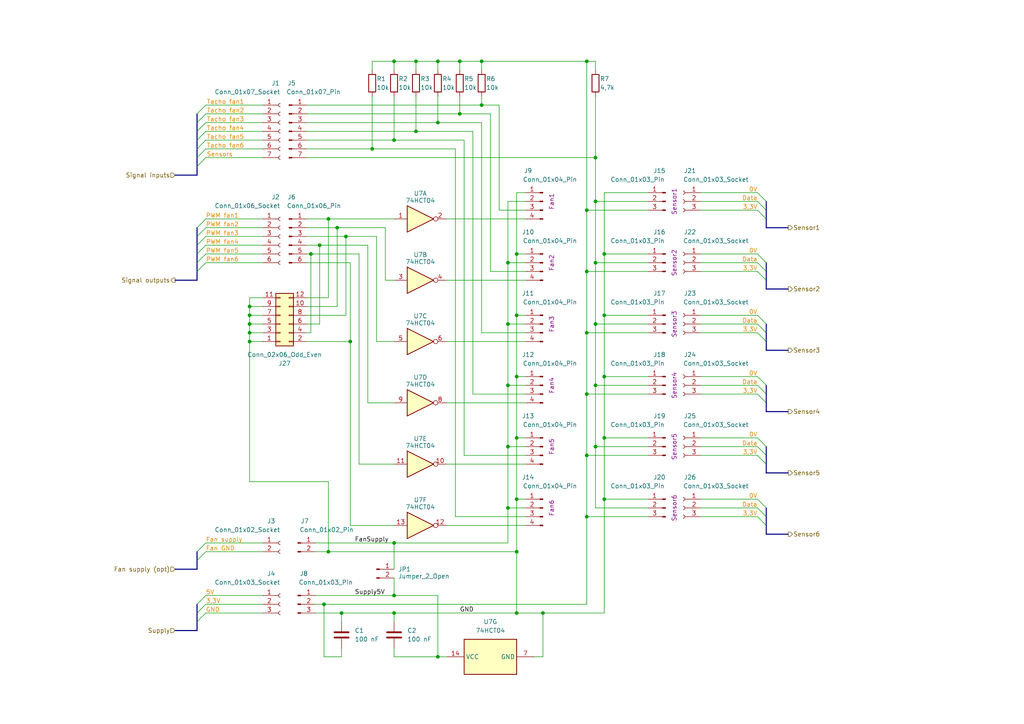
<source format=kicad_sch>
(kicad_sch (version 20231120) (generator "eeschema") (generator_version "8.0")
  (paper "A4")
  (lib_symbols
    (symbol "74xx:74HCT04"
      (property "Reference" "U" (at 0 1.27 0))
      (property "Value" "74HCT04" (at 0 -1.27 0))
      (symbol "74HCT04_1_0"
        (pin input line (at -7.62 0 0) (length 3.81) (name "~") (number "1"))
        (pin output inverted (at 7.62 0 180) (length 3.81) (name "~") (number "2"))
      )
      (symbol "74HCT04_2_0"
        (pin input line (at -7.62 0 0) (length 3.81) (name "~") (number "3"))
        (pin output inverted (at 7.62 0 180) (length 3.81) (name "~") (number "4"))
      )
      (symbol "74HCT04_3_0"
        (pin input line (at -7.62 0 0) (length 3.81) (name "~") (number "5"))
        (pin output inverted (at 7.62 0 180) (length 3.81) (name "~") (number "6"))
      )
      (symbol "74HCT04_4_0"
        (pin output inverted (at 7.62 0 180) (length 3.81) (name "~") (number "8"))
        (pin input line (at -7.62 0 0) (length 3.81) (name "~") (number "9"))
      )
      (symbol "74HCT04_5_0"
        (pin output inverted (at 7.62 0 180) (length 3.81) (name "~") (number "10"))
        (pin input line (at -7.62 0 0) (length 3.81) (name "~") (number "11"))
      )
      (symbol "74HCT04_6_0"
        (pin output inverted (at 7.62 0 180) (length 3.81) (name "~") (number "12"))
        (pin input line (at -7.62 0 0) (length 3.81) (name "~") (number "13"))
      )
      (symbol "74HCT04_7_0"
        (pin power_in line (at 0 12.7 270) (length 5.08) (name "VCC") (number "14"))
        (pin power_in line (at 0 -12.7 90) (length 5.08) (name "GND") (number "7"))
      )
    )
    (symbol "Connector:Conn_01x02_Pin" (pin_names (offset 1.016) hide)
      (property "Reference" "J" (at 0 2.54 0))
      (property "Value" "Conn_01x02_Pin" (at 0 -5.08 0))
      (symbol "Conn_01x02_Pin_1_1"
        (pin passive line (at 5.08 0 180) (length 3.81) (name "Pin_1") (number "1"))
        (pin passive line (at 5.08 -2.54 180) (length 3.81) (name "Pin_2") (number "2"))
      )
    )
    (symbol "Connector:Conn_01x02_Socket" (pin_names (offset 1.016) hide)
      (property "Reference" "J" (at 0 2.54 0))
      (property "Value" "Conn_01x02_Socket" (at 0 -5.08 0))
      (symbol "Conn_01x02_Socket_1_1"
        (pin passive line (at -5.08 0 0) (length 3.81) (name "Pin_1") (number "1"))
        (pin passive line (at -5.08 -2.54 0) (length 3.81) (name "Pin_2") (number "2"))
      )
    )
    (symbol "Connector:Conn_01x03_Pin" (pin_names (offset 1.016) hide)
      (property "Reference" "J" (at 0 5.08 0))
      (property "Value" "Conn_01x03_Pin" (at 0 -5.08 0))
      (symbol "Conn_01x03_Pin_1_1"
        (pin passive line (at 5.08 2.54 180) (length 3.81) (name "Pin_1") (number "1"))
        (pin passive line (at 5.08 0 180) (length 3.81) (name "Pin_2") (number "2"))
        (pin passive line (at 5.08 -2.54 180) (length 3.81) (name "Pin_3") (number "3"))
      )
    )
    (symbol "Connector:Conn_01x03_Socket" (pin_names (offset 1.016) hide)
      (property "Reference" "J" (at 0 5.08 0))
      (property "Value" "Conn_01x03_Socket" (at 0 -5.08 0))
      (symbol "Conn_01x03_Socket_1_1"
        (pin passive line (at -5.08 2.54 0) (length 3.81) (name "Pin_1") (number "1"))
        (pin passive line (at -5.08 0 0) (length 3.81) (name "Pin_2") (number "2"))
        (pin passive line (at -5.08 -2.54 0) (length 3.81) (name "Pin_3") (number "3"))
      )
    )
    (symbol "Connector:Conn_01x04_Pin" (pin_names (offset 1.016) hide)
      (property "Reference" "J" (at 0 5.08 0))
      (property "Value" "Conn_01x04_Pin" (at 0 -7.62 0))
      (symbol "Conn_01x04_Pin_1_1"
        (pin passive line (at 5.08 2.54 180) (length 3.81) (name "Pin_1") (number "1"))
        (pin passive line (at 5.08 0 180) (length 3.81) (name "Pin_2") (number "2"))
        (pin passive line (at 5.08 -2.54 180) (length 3.81) (name "Pin_3") (number "3"))
        (pin passive line (at 5.08 -5.08 180) (length 3.81) (name "Pin_4") (number "4"))
      )
    )
    (symbol "Connector:Conn_01x06_Pin" (pin_names (offset 1.016) hide)
      (property "Reference" "J" (at 0 7.62 0))
      (property "Value" "Conn_01x06_Pin" (at 0 -10.16 0))
      (symbol "Conn_01x06_Pin_1_1"
        (pin passive line (at 5.08 5.08 180) (length 3.81) (name "Pin_1") (number "1"))
        (pin passive line (at 5.08 2.54 180) (length 3.81) (name "Pin_2") (number "2"))
        (pin passive line (at 5.08 0 180) (length 3.81) (name "Pin_3") (number "3"))
        (pin passive line (at 5.08 -2.54 180) (length 3.81) (name "Pin_4") (number "4"))
        (pin passive line (at 5.08 -5.08 180) (length 3.81) (name "Pin_5") (number "5"))
        (pin passive line (at 5.08 -7.62 180) (length 3.81) (name "Pin_6") (number "6"))
      )
    )
    (symbol "Connector:Conn_01x06_Socket" (pin_names (offset 1.016) hide)
      (property "Reference" "J" (at 0 7.62 0))
      (property "Value" "Conn_01x06_Socket" (at 0 -10.16 0))
      (symbol "Conn_01x06_Socket_1_1"
        (pin passive line (at -5.08 5.08 0) (length 3.81) (name "Pin_1") (number "1"))
        (pin passive line (at -5.08 2.54 0) (length 3.81) (name "Pin_2") (number "2"))
        (pin passive line (at -5.08 0 0) (length 3.81) (name "Pin_3") (number "3"))
        (pin passive line (at -5.08 -2.54 0) (length 3.81) (name "Pin_4") (number "4"))
        (pin passive line (at -5.08 -5.08 0) (length 3.81) (name "Pin_5") (number "5"))
        (pin passive line (at -5.08 -7.62 0) (length 3.81) (name "Pin_6") (number "6"))
      )
    )
    (symbol "Connector:Conn_01x07_Pin" (pin_names (offset 1.016) hide)
      (property "Reference" "J" (at 0 10.16 0))
      (property "Value" "Conn_01x07_Pin" (at 0 -10.16 0))
      (symbol "Conn_01x07_Pin_1_1"
        (pin passive line (at 5.08 7.62 180) (length 3.81) (name "Pin_1") (number "1"))
        (pin passive line (at 5.08 5.08 180) (length 3.81) (name "Pin_2") (number "2"))
        (pin passive line (at 5.08 2.54 180) (length 3.81) (name "Pin_3") (number "3"))
        (pin passive line (at 5.08 0 180) (length 3.81) (name "Pin_4") (number "4"))
        (pin passive line (at 5.08 -2.54 180) (length 3.81) (name "Pin_5") (number "5"))
        (pin passive line (at 5.08 -5.08 180) (length 3.81) (name "Pin_6") (number "6"))
        (pin passive line (at 5.08 -7.62 180) (length 3.81) (name "Pin_7") (number "7"))
      )
    )
    (symbol "Connector:Conn_01x07_Socket" (pin_names (offset 1.016) hide)
      (property "Reference" "J" (at 0 10.16 0))
      (property "Value" "Conn_01x07_Socket" (at 0 -10.16 0))
      (symbol "Conn_01x07_Socket_1_1"
        (pin passive line (at -5.08 7.62 0) (length 3.81) (name "Pin_1") (number "1"))
        (pin passive line (at -5.08 5.08 0) (length 3.81) (name "Pin_2") (number "2"))
        (pin passive line (at -5.08 2.54 0) (length 3.81) (name "Pin_3") (number "3"))
        (pin passive line (at -5.08 0 0) (length 3.81) (name "Pin_4") (number "4"))
        (pin passive line (at -5.08 -2.54 0) (length 3.81) (name "Pin_5") (number "5"))
        (pin passive line (at -5.08 -5.08 0) (length 3.81) (name "Pin_6") (number "6"))
        (pin passive line (at -5.08 -7.62 0) (length 3.81) (name "Pin_7") (number "7"))
      )
    )
    (symbol "Connector_Generic:Conn_02x06_Odd_Even" (pin_names (offset 1.016) hide)
      (property "Reference" "J" (at 1.27 7.62 0))
      (property "Value" "Conn_02x06_Odd_Even" (at 1.27 -10.16 0))
      (symbol "Conn_02x06_Odd_Even_1_1"
        (pin passive line (at -5.08 5.08 0) (length 3.81) (name "Pin_1") (number "1"))
        (pin passive line (at 7.62 -5.08 180) (length 3.81) (name "Pin_10") (number "10"))
        (pin passive line (at -5.08 -7.62 0) (length 3.81) (name "Pin_11") (number "11"))
        (pin passive line (at 7.62 -7.62 180) (length 3.81) (name "Pin_12") (number "12"))
        (pin passive line (at 7.62 5.08 180) (length 3.81) (name "Pin_2") (number "2"))
        (pin passive line (at -5.08 2.54 0) (length 3.81) (name "Pin_3") (number "3"))
        (pin passive line (at 7.62 2.54 180) (length 3.81) (name "Pin_4") (number "4"))
        (pin passive line (at -5.08 0 0) (length 3.81) (name "Pin_5") (number "5"))
        (pin passive line (at 7.62 0 180) (length 3.81) (name "Pin_6") (number "6"))
        (pin passive line (at -5.08 -2.54 0) (length 3.81) (name "Pin_7") (number "7"))
        (pin passive line (at 7.62 -2.54 180) (length 3.81) (name "Pin_8") (number "8"))
        (pin passive line (at -5.08 -5.08 0) (length 3.81) (name "Pin_9") (number "9"))
      )
    )
    (symbol "Device:C" (pin_numbers hide) (pin_names (offset 0.254))
      (property "Reference" "C" (at 0.635 2.54 0))
      (property "Value" "C" (at 0.635 -2.54 0))
      (symbol "C_1_1"
        (pin passive line (at 0 3.81 270) (length 2.794) (name "~") (number "1"))
        (pin passive line (at 0 -3.81 90) (length 2.794) (name "~") (number "2"))
      )
    )
    (symbol "Device:R" (pin_numbers hide) (pin_names (offset 0))
      (property "Reference" "R" (at 2.032 0 90))
      (property "Value" "R" (at 0 0 90))
      (symbol "R_1_1"
        (pin passive line (at 0 3.81 270) (length 1.27) (name "~") (number "1"))
        (pin passive line (at 0 -3.81 90) (length 1.27) (name "~") (number "2"))
      )
    )
  )
  (junction (at 170.18 17.78))
  (junction (at 149.86 109.22))
  (junction (at 133.35 17.78))
  (junction (at 93.98 175.26))
  (junction (at 72.39 93.98))
  (junction (at 127 190.5))
  (junction (at 175.26 73.66))
  (junction (at 114.3 172.72))
  (junction (at 157.48 177.8))
  (junction (at 101.6 99.06))
  (junction (at 127 17.78))
  (junction (at 170.18 132.08))
  (junction (at 147.32 129.54))
  (junction (at 170.18 60.96))
  (junction (at 139.7 30.48))
  (junction (at 114.3 17.78))
  (junction (at 170.18 96.52))
  (junction (at 95.25 63.5))
  (junction (at 133.35 33.02))
  (junction (at 97.79 66.04))
  (junction (at 147.32 111.76))
  (junction (at 72.39 96.52))
  (junction (at 99.06 177.8))
  (junction (at 149.86 160.02))
  (junction (at 72.39 99.06))
  (junction (at 147.32 76.2))
  (junction (at 149.86 91.44))
  (junction (at 149.86 73.66))
  (junction (at 72.39 91.44))
  (junction (at 175.26 144.78))
  (junction (at 172.72 93.98))
  (junction (at 175.26 109.22))
  (junction (at 120.65 38.1))
  (junction (at 100.33 68.58))
  (junction (at 172.72 111.76))
  (junction (at 139.7 17.78))
  (junction (at 149.86 127))
  (junction (at 114.3 177.8))
  (junction (at 149.86 144.78))
  (junction (at 107.95 43.18))
  (junction (at 95.25 160.02))
  (junction (at 175.26 127))
  (junction (at 170.18 78.74))
  (junction (at 172.72 129.54))
  (junction (at 172.72 45.72))
  (junction (at 175.26 91.44))
  (junction (at 147.32 93.98))
  (junction (at 127 35.56))
  (junction (at 92.71 71.12))
  (junction (at 72.39 88.9))
  (junction (at 114.3 40.64))
  (junction (at 120.65 17.78))
  (junction (at 170.18 149.86))
  (junction (at 90.17 73.66))
  (junction (at 172.72 58.42))
  (junction (at 170.18 114.3))
  (junction (at 114.3 157.48))
  (junction (at 149.86 177.8))
  (junction (at 147.32 147.32))
  (junction (at 172.72 76.2))
  (bus_entry (at 222.25 147.32) (size -2.54 -2.54))
  (bus_entry (at 222.25 116.84) (size -2.54 -2.54))
  (bus_entry (at 57.15 40.64) (size 2.54 -2.54))
  (bus_entry (at 222.25 78.74) (size -2.54 -2.54))
  (bus_entry (at 222.25 129.54) (size -2.54 -2.54))
  (bus_entry (at 57.15 78.74) (size 2.54 -2.54))
  (bus_entry (at 222.25 60.96) (size -2.54 -2.54))
  (bus_entry (at 57.15 160.02) (size 2.54 -2.54))
  (bus_entry (at 222.25 63.5) (size -2.54 -2.54))
  (bus_entry (at 222.25 111.76) (size -2.54 -2.54))
  (bus_entry (at 222.25 152.4) (size -2.54 -2.54))
  (bus_entry (at 57.15 43.18) (size 2.54 -2.54))
  (bus_entry (at 57.15 68.58) (size 2.54 -2.54))
  (bus_entry (at 57.15 33.02) (size 2.54 -2.54))
  (bus_entry (at 222.25 149.86) (size -2.54 -2.54))
  (bus_entry (at 57.15 48.26) (size 2.54 -2.54))
  (bus_entry (at 222.25 132.08) (size -2.54 -2.54))
  (bus_entry (at 57.15 66.04) (size 2.54 -2.54))
  (bus_entry (at 57.15 177.8) (size 2.54 -2.54))
  (bus_entry (at 222.25 58.42) (size -2.54 -2.54))
  (bus_entry (at 57.15 180.34) (size 2.54 -2.54))
  (bus_entry (at 57.15 71.12) (size 2.54 -2.54))
  (bus_entry (at 222.25 81.28) (size -2.54 -2.54))
  (bus_entry (at 222.25 76.2) (size -2.54 -2.54))
  (bus_entry (at 57.15 35.56) (size 2.54 -2.54))
  (bus_entry (at 222.25 114.3) (size -2.54 -2.54))
  (bus_entry (at 222.25 93.98) (size -2.54 -2.54))
  (bus_entry (at 57.15 45.72) (size 2.54 -2.54))
  (bus_entry (at 57.15 76.2) (size 2.54 -2.54))
  (bus_entry (at 57.15 73.66) (size 2.54 -2.54))
  (bus_entry (at 222.25 99.06) (size -2.54 -2.54))
  (bus_entry (at 57.15 38.1) (size 2.54 -2.54))
  (bus_entry (at 57.15 162.56) (size 2.54 -2.54))
  (bus_entry (at 222.25 134.62) (size -2.54 -2.54))
  (bus_entry (at 57.15 175.26) (size 2.54 -2.54))
  (bus_entry (at 222.25 96.52) (size -2.54 -2.54))
  (wire (pts (xy 76.2 96.52) (xy 72.39 96.52)))
  (bus (pts (xy 57.15 38.1) (xy 57.15 40.64)))
  (wire (pts (xy 88.9 68.58) (xy 100.33 68.58)))
  (wire (pts (xy 219.71 127) (xy 203.2 127)))
  (wire (pts (xy 95.25 86.36) (xy 88.9 86.36)))
  (wire (pts (xy 157.48 177.8) (xy 175.26 177.8)))
  (wire (pts (xy 93.98 175.26) (xy 170.18 175.26)))
  (wire (pts (xy 219.71 60.96) (xy 203.2 60.96)))
  (wire (pts (xy 172.72 111.76) (xy 172.72 129.54)))
  (wire (pts (xy 154.94 190.5) (xy 157.48 190.5)))
  (wire (pts (xy 95.25 63.5) (xy 114.3 63.5)))
  (wire (pts (xy 129.54 99.06) (xy 152.4 99.06)))
  (bus (pts (xy 222.25 63.5) (xy 222.25 66.04)))
  (bus (pts (xy 228.6 154.94) (xy 222.25 154.94)))
  (wire (pts (xy 147.32 111.76) (xy 147.32 93.98)))
  (wire (pts (xy 129.54 152.4) (xy 152.4 152.4)))
  (bus (pts (xy 222.25 116.84) (xy 222.25 119.38)))
  (wire (pts (xy 59.69 177.8) (xy 76.2 177.8)))
  (wire (pts (xy 172.72 76.2) (xy 172.72 93.98)))
  (bus (pts (xy 57.15 68.58) (xy 57.15 71.12)))
  (wire (pts (xy 59.69 71.12) (xy 76.2 71.12)))
  (wire (pts (xy 139.7 17.78) (xy 139.7 20.32)))
  (wire (pts (xy 127 35.56) (xy 88.9 35.56)))
  (bus (pts (xy 222.25 129.54) (xy 222.25 132.08)))
  (bus (pts (xy 222.25 60.96) (xy 222.25 63.5)))
  (wire (pts (xy 219.71 109.22) (xy 203.2 109.22)))
  (wire (pts (xy 59.69 63.5) (xy 76.2 63.5)))
  (wire (pts (xy 107.95 27.94) (xy 107.95 43.18)))
  (wire (pts (xy 59.69 35.56) (xy 76.2 35.56)))
  (wire (pts (xy 72.39 99.06) (xy 72.39 96.52)))
  (wire (pts (xy 149.86 55.88) (xy 152.4 55.88)))
  (bus (pts (xy 222.25 147.32) (xy 222.25 149.86)))
  (wire (pts (xy 95.25 139.7) (xy 95.25 160.02)))
  (wire (pts (xy 114.3 152.4) (xy 101.6 152.4)))
  (wire (pts (xy 120.65 27.94) (xy 120.65 38.1)))
  (bus (pts (xy 222.25 132.08) (xy 222.25 134.62)))
  (wire (pts (xy 90.17 96.52) (xy 88.9 96.52)))
  (wire (pts (xy 59.69 160.02) (xy 76.2 160.02)))
  (wire (pts (xy 175.26 73.66) (xy 175.26 55.88)))
  (wire (pts (xy 114.3 172.72) (xy 91.44 172.72)))
  (wire (pts (xy 127 190.5) (xy 129.54 190.5)))
  (bus (pts (xy 57.15 43.18) (xy 57.15 45.72)))
  (wire (pts (xy 219.71 93.98) (xy 203.2 93.98)))
  (wire (pts (xy 170.18 132.08) (xy 170.18 114.3)))
  (bus (pts (xy 57.15 162.56) (xy 57.15 165.1)))
  (wire (pts (xy 76.2 86.36) (xy 72.39 86.36)))
  (wire (pts (xy 76.2 99.06) (xy 72.39 99.06)))
  (wire (pts (xy 59.69 66.04) (xy 76.2 66.04)))
  (wire (pts (xy 92.71 93.98) (xy 88.9 93.98)))
  (wire (pts (xy 59.69 33.02) (xy 76.2 33.02)))
  (bus (pts (xy 57.15 35.56) (xy 57.15 38.1)))
  (wire (pts (xy 170.18 96.52) (xy 187.96 96.52)))
  (wire (pts (xy 127 27.94) (xy 127 35.56)))
  (wire (pts (xy 127 190.5) (xy 127 172.72)))
  (wire (pts (xy 99.06 177.8) (xy 114.3 177.8)))
  (bus (pts (xy 222.25 76.2) (xy 222.25 78.74)))
  (wire (pts (xy 149.86 127) (xy 149.86 109.22)))
  (wire (pts (xy 88.9 73.66) (xy 90.17 73.66)))
  (wire (pts (xy 219.71 96.52) (xy 203.2 96.52)))
  (wire (pts (xy 127 172.72) (xy 114.3 172.72)))
  (wire (pts (xy 101.6 76.2) (xy 88.9 76.2)))
  (wire (pts (xy 147.32 111.76) (xy 152.4 111.76)))
  (wire (pts (xy 170.18 96.52) (xy 170.18 78.74)))
  (wire (pts (xy 170.18 78.74) (xy 187.96 78.74)))
  (wire (pts (xy 170.18 175.26) (xy 170.18 149.86)))
  (bus (pts (xy 57.15 177.8) (xy 57.15 180.34)))
  (wire (pts (xy 127 17.78) (xy 127 20.32)))
  (wire (pts (xy 107.95 17.78) (xy 114.3 17.78)))
  (wire (pts (xy 187.96 149.86) (xy 170.18 149.86)))
  (wire (pts (xy 59.69 38.1) (xy 76.2 38.1)))
  (wire (pts (xy 134.62 132.08) (xy 134.62 40.64)))
  (bus (pts (xy 50.8 50.8) (xy 57.15 50.8)))
  (wire (pts (xy 114.3 40.64) (xy 134.62 40.64)))
  (wire (pts (xy 147.32 147.32) (xy 147.32 129.54)))
  (bus (pts (xy 57.15 76.2) (xy 57.15 78.74)))
  (wire (pts (xy 172.72 58.42) (xy 172.72 45.72)))
  (wire (pts (xy 101.6 152.4) (xy 101.6 99.06)))
  (wire (pts (xy 175.26 127) (xy 175.26 109.22)))
  (wire (pts (xy 152.4 60.96) (xy 144.78 60.96)))
  (wire (pts (xy 90.17 73.66) (xy 90.17 96.52)))
  (wire (pts (xy 132.08 149.86) (xy 152.4 149.86)))
  (wire (pts (xy 187.96 93.98) (xy 172.72 93.98)))
  (wire (pts (xy 175.26 109.22) (xy 187.96 109.22)))
  (bus (pts (xy 50.8 182.88) (xy 57.15 182.88)))
  (wire (pts (xy 152.4 147.32) (xy 147.32 147.32)))
  (wire (pts (xy 91.44 160.02) (xy 95.25 160.02)))
  (wire (pts (xy 175.26 144.78) (xy 175.26 127)))
  (wire (pts (xy 147.32 58.42) (xy 152.4 58.42)))
  (bus (pts (xy 222.25 93.98) (xy 222.25 96.52)))
  (wire (pts (xy 172.72 147.32) (xy 187.96 147.32)))
  (wire (pts (xy 114.3 190.5) (xy 127 190.5)))
  (wire (pts (xy 114.3 17.78) (xy 120.65 17.78)))
  (wire (pts (xy 114.3 187.96) (xy 114.3 190.5)))
  (bus (pts (xy 57.15 33.02) (xy 57.15 35.56)))
  (wire (pts (xy 142.24 33.02) (xy 142.24 78.74)))
  (bus (pts (xy 57.15 66.04) (xy 57.15 68.58)))
  (wire (pts (xy 109.22 68.58) (xy 109.22 99.06)))
  (wire (pts (xy 88.9 45.72) (xy 172.72 45.72)))
  (wire (pts (xy 137.16 114.3) (xy 152.4 114.3)))
  (wire (pts (xy 142.24 78.74) (xy 152.4 78.74)))
  (wire (pts (xy 91.44 175.26) (xy 93.98 175.26)))
  (wire (pts (xy 114.3 157.48) (xy 147.32 157.48)))
  (wire (pts (xy 139.7 96.52) (xy 139.7 35.56)))
  (wire (pts (xy 172.72 58.42) (xy 172.72 76.2)))
  (wire (pts (xy 111.76 66.04) (xy 111.76 81.28)))
  (wire (pts (xy 152.4 144.78) (xy 149.86 144.78)))
  (wire (pts (xy 175.26 55.88) (xy 187.96 55.88)))
  (wire (pts (xy 170.18 78.74) (xy 170.18 60.96)))
  (wire (pts (xy 59.69 43.18) (xy 76.2 43.18)))
  (wire (pts (xy 114.3 167.64) (xy 114.3 172.72)))
  (wire (pts (xy 92.71 71.12) (xy 88.9 71.12)))
  (wire (pts (xy 97.79 66.04) (xy 111.76 66.04)))
  (wire (pts (xy 107.95 20.32) (xy 107.95 17.78)))
  (bus (pts (xy 222.25 99.06) (xy 222.25 101.6)))
  (wire (pts (xy 147.32 93.98) (xy 152.4 93.98)))
  (wire (pts (xy 139.7 30.48) (xy 144.78 30.48)))
  (bus (pts (xy 57.15 180.34) (xy 57.15 182.88)))
  (wire (pts (xy 170.18 132.08) (xy 187.96 132.08)))
  (wire (pts (xy 59.69 157.48) (xy 76.2 157.48)))
  (wire (pts (xy 149.86 127) (xy 152.4 127)))
  (wire (pts (xy 144.78 60.96) (xy 144.78 30.48)))
  (wire (pts (xy 120.65 17.78) (xy 120.65 20.32)))
  (wire (pts (xy 129.54 134.62) (xy 152.4 134.62)))
  (wire (pts (xy 114.3 177.8) (xy 149.86 177.8)))
  (wire (pts (xy 175.26 177.8) (xy 175.26 144.78)))
  (wire (pts (xy 219.71 111.76) (xy 203.2 111.76)))
  (wire (pts (xy 139.7 30.48) (xy 88.9 30.48)))
  (wire (pts (xy 59.69 172.72) (xy 76.2 172.72)))
  (wire (pts (xy 147.32 157.48) (xy 147.32 147.32)))
  (wire (pts (xy 72.39 91.44) (xy 76.2 91.44)))
  (wire (pts (xy 129.54 116.84) (xy 152.4 116.84)))
  (wire (pts (xy 59.69 175.26) (xy 76.2 175.26)))
  (bus (pts (xy 50.8 81.28) (xy 57.15 81.28)))
  (wire (pts (xy 114.3 157.48) (xy 114.3 165.1)))
  (wire (pts (xy 219.71 129.54) (xy 203.2 129.54)))
  (wire (pts (xy 111.76 81.28) (xy 114.3 81.28)))
  (bus (pts (xy 222.25 114.3) (xy 222.25 116.84)))
  (wire (pts (xy 132.08 43.18) (xy 132.08 149.86)))
  (wire (pts (xy 219.71 55.88) (xy 203.2 55.88)))
  (wire (pts (xy 129.54 63.5) (xy 152.4 63.5)))
  (wire (pts (xy 100.33 68.58) (xy 109.22 68.58)))
  (wire (pts (xy 175.26 127) (xy 187.96 127)))
  (wire (pts (xy 107.95 43.18) (xy 132.08 43.18)))
  (wire (pts (xy 90.17 73.66) (xy 104.14 73.66)))
  (wire (pts (xy 152.4 96.52) (xy 139.7 96.52)))
  (wire (pts (xy 149.86 91.44) (xy 152.4 91.44)))
  (wire (pts (xy 92.71 71.12) (xy 92.71 93.98)))
  (wire (pts (xy 172.72 17.78) (xy 170.18 17.78)))
  (bus (pts (xy 228.6 66.04) (xy 222.25 66.04)))
  (wire (pts (xy 147.32 129.54) (xy 152.4 129.54)))
  (wire (pts (xy 72.39 99.06) (xy 72.39 139.7)))
  (wire (pts (xy 219.71 147.32) (xy 203.2 147.32)))
  (wire (pts (xy 72.39 96.52) (xy 72.39 93.98)))
  (wire (pts (xy 91.44 157.48) (xy 114.3 157.48)))
  (wire (pts (xy 149.86 160.02) (xy 149.86 144.78)))
  (bus (pts (xy 57.15 73.66) (xy 57.15 76.2)))
  (wire (pts (xy 129.54 81.28) (xy 152.4 81.28)))
  (wire (pts (xy 149.86 109.22) (xy 149.86 91.44)))
  (wire (pts (xy 109.22 99.06) (xy 114.3 99.06)))
  (bus (pts (xy 57.15 160.02) (xy 57.15 162.56)))
  (wire (pts (xy 88.9 63.5) (xy 95.25 63.5)))
  (wire (pts (xy 114.3 17.78) (xy 114.3 20.32)))
  (wire (pts (xy 175.26 73.66) (xy 187.96 73.66)))
  (bus (pts (xy 57.15 48.26) (xy 57.15 50.8)))
  (wire (pts (xy 219.71 132.08) (xy 203.2 132.08)))
  (wire (pts (xy 187.96 76.2) (xy 172.72 76.2)))
  (wire (pts (xy 147.32 76.2) (xy 152.4 76.2)))
  (bus (pts (xy 57.15 45.72) (xy 57.15 48.26)))
  (wire (pts (xy 72.39 86.36) (xy 72.39 88.9)))
  (wire (pts (xy 187.96 129.54) (xy 172.72 129.54)))
  (wire (pts (xy 101.6 99.06) (xy 101.6 76.2)))
  (wire (pts (xy 127 17.78) (xy 133.35 17.78)))
  (wire (pts (xy 172.72 93.98) (xy 172.72 111.76)))
  (wire (pts (xy 170.18 149.86) (xy 170.18 132.08)))
  (wire (pts (xy 114.3 27.94) (xy 114.3 40.64)))
  (wire (pts (xy 175.26 109.22) (xy 175.26 91.44)))
  (wire (pts (xy 76.2 93.98) (xy 72.39 93.98)))
  (wire (pts (xy 170.18 60.96) (xy 170.18 17.78)))
  (wire (pts (xy 172.72 20.32) (xy 172.72 17.78)))
  (wire (pts (xy 219.71 149.86) (xy 203.2 149.86)))
  (wire (pts (xy 104.14 134.62) (xy 114.3 134.62)))
  (wire (pts (xy 97.79 88.9) (xy 97.79 66.04)))
  (bus (pts (xy 57.15 40.64) (xy 57.15 43.18)))
  (wire (pts (xy 59.69 40.64) (xy 76.2 40.64)))
  (wire (pts (xy 59.69 73.66) (xy 76.2 73.66)))
  (bus (pts (xy 228.6 83.82) (xy 222.25 83.82)))
  (bus (pts (xy 222.25 149.86) (xy 222.25 152.4)))
  (bus (pts (xy 57.15 71.12) (xy 57.15 73.66)))
  (bus (pts (xy 222.25 78.74) (xy 222.25 81.28)))
  (bus (pts (xy 222.25 81.28) (xy 222.25 83.82)))
  (wire (pts (xy 114.3 40.64) (xy 88.9 40.64)))
  (wire (pts (xy 95.25 63.5) (xy 95.25 86.36)))
  (bus (pts (xy 228.6 101.6) (xy 222.25 101.6)))
  (bus (pts (xy 57.15 175.26) (xy 57.15 177.8)))
  (wire (pts (xy 95.25 160.02) (xy 149.86 160.02)))
  (wire (pts (xy 149.86 160.02) (xy 149.86 177.8)))
  (wire (pts (xy 99.06 190.5) (xy 93.98 190.5)))
  (bus (pts (xy 228.6 119.38) (xy 222.25 119.38)))
  (wire (pts (xy 219.71 91.44) (xy 203.2 91.44)))
  (wire (pts (xy 99.06 187.96) (xy 99.06 190.5)))
  (wire (pts (xy 149.86 73.66) (xy 149.86 55.88)))
  (wire (pts (xy 88.9 99.06) (xy 101.6 99.06)))
  (wire (pts (xy 149.86 177.8) (xy 157.48 177.8)))
  (wire (pts (xy 72.39 139.7) (xy 95.25 139.7)))
  (wire (pts (xy 187.96 111.76) (xy 172.72 111.76)))
  (bus (pts (xy 222.25 111.76) (xy 222.25 114.3)))
  (bus (pts (xy 228.6 137.16) (xy 222.25 137.16)))
  (bus (pts (xy 222.25 152.4) (xy 222.25 154.94)))
  (wire (pts (xy 120.65 17.78) (xy 127 17.78)))
  (wire (pts (xy 219.71 58.42) (xy 203.2 58.42)))
  (wire (pts (xy 100.33 68.58) (xy 100.33 91.44)))
  (wire (pts (xy 133.35 17.78) (xy 139.7 17.78)))
  (wire (pts (xy 149.86 144.78) (xy 149.86 127)))
  (wire (pts (xy 88.9 88.9) (xy 97.79 88.9)))
  (wire (pts (xy 219.71 78.74) (xy 203.2 78.74)))
  (wire (pts (xy 114.3 116.84) (xy 106.68 116.84)))
  (wire (pts (xy 106.68 116.84) (xy 106.68 71.12)))
  (wire (pts (xy 170.18 114.3) (xy 187.96 114.3)))
  (wire (pts (xy 127 35.56) (xy 139.7 35.56)))
  (wire (pts (xy 147.32 93.98) (xy 147.32 76.2)))
  (wire (pts (xy 147.32 76.2) (xy 147.32 58.42)))
  (wire (pts (xy 88.9 38.1) (xy 120.65 38.1)))
  (wire (pts (xy 72.39 88.9) (xy 72.39 91.44)))
  (wire (pts (xy 100.33 91.44) (xy 88.9 91.44)))
  (bus (pts (xy 222.25 96.52) (xy 222.25 99.06)))
  (bus (pts (xy 57.15 78.74) (xy 57.15 81.28)))
  (wire (pts (xy 187.96 144.78) (xy 175.26 144.78)))
  (wire (pts (xy 59.69 45.72) (xy 76.2 45.72)))
  (wire (pts (xy 219.71 76.2) (xy 203.2 76.2)))
  (wire (pts (xy 219.71 144.78) (xy 203.2 144.78)))
  (wire (pts (xy 149.86 91.44) (xy 149.86 73.66)))
  (wire (pts (xy 219.71 73.66) (xy 203.2 73.66)))
  (wire (pts (xy 219.71 114.3) (xy 203.2 114.3)))
  (wire (pts (xy 147.32 129.54) (xy 147.32 111.76)))
  (wire (pts (xy 59.69 30.48) (xy 76.2 30.48)))
  (wire (pts (xy 91.44 177.8) (xy 99.06 177.8)))
  (wire (pts (xy 149.86 73.66) (xy 152.4 73.66)))
  (wire (pts (xy 137.16 38.1) (xy 137.16 114.3)))
  (wire (pts (xy 133.35 27.94) (xy 133.35 33.02)))
  (wire (pts (xy 133.35 33.02) (xy 142.24 33.02)))
  (wire (pts (xy 152.4 132.08) (xy 134.62 132.08)))
  (wire (pts (xy 72.39 93.98) (xy 72.39 91.44)))
  (bus (pts (xy 222.25 58.42) (xy 222.25 60.96)))
  (wire (pts (xy 170.18 17.78) (xy 139.7 17.78)))
  (bus (pts (xy 222.25 134.62) (xy 222.25 137.16)))
  (bus (pts (xy 50.8 165.1) (xy 57.15 165.1)))
  (wire (pts (xy 120.65 38.1) (xy 137.16 38.1)))
  (wire (pts (xy 93.98 175.26) (xy 93.98 190.5)))
  (wire (pts (xy 133.35 17.78) (xy 133.35 20.32)))
  (wire (pts (xy 104.14 73.66) (xy 104.14 134.62)))
  (wire (pts (xy 88.9 66.04) (xy 97.79 66.04)))
  (wire (pts (xy 88.9 43.18) (xy 107.95 43.18)))
  (wire (pts (xy 59.69 68.58) (xy 76.2 68.58)))
  (wire (pts (xy 106.68 71.12) (xy 92.71 71.12)))
  (wire (pts (xy 170.18 114.3) (xy 170.18 96.52)))
  (wire (pts (xy 149.86 109.22) (xy 152.4 109.22)))
  (wire (pts (xy 157.48 177.8) (xy 157.48 190.5)))
  (wire (pts (xy 72.39 88.9) (xy 76.2 88.9)))
  (wire (pts (xy 88.9 33.02) (xy 133.35 33.02)))
  (wire (pts (xy 172.72 27.94) (xy 172.72 45.72)))
  (wire (pts (xy 187.96 58.42) (xy 172.72 58.42)))
  (wire (pts (xy 59.69 76.2) (xy 76.2 76.2)))
  (wire (pts (xy 172.72 129.54) (xy 172.72 147.32)))
  (wire (pts (xy 99.06 177.8) (xy 99.06 180.34)))
  (wire (pts (xy 139.7 27.94) (xy 139.7 30.48)))
  (wire (pts (xy 170.18 60.96) (xy 187.96 60.96)))
  (wire (pts (xy 175.26 91.44) (xy 175.26 73.66)))
  (wire (pts (xy 114.3 177.8) (xy 114.3 180.34)))
  (wire (pts (xy 175.26 91.44) (xy 187.96 91.44)))
  (text "Fan GND" (at 59.69 159.258 0) (effects (font (size 1.27 1.27)) (justify left)))
  (text "0V" (at 219.71 108.458 0) (effects (font (size 1.27 1.27)) (justify right)))
  (text "PWM fan4" (at 59.69 70.358 0) (effects (font (size 1.27 1.27)) (justify left)))
  (text "0V" (at 219.71 126.238 0) (effects (font (size 1.27 1.27)) (justify right)))
  (text "0V" (at 219.71 90.678 0) (effects (font (size 1.27 1.27)) (justify right)))
  (text "GND" (at 59.69 177.038 0) (effects (font (size 1.27 1.27)) (justify left)))
  (text "PWM fan2" (at 59.69 65.278 0) (effects (font (size 1.27 1.27)) (justify left)))
  (text "Data" (at 219.71 75.438 0) (effects (font (size 1.27 1.27)) (justify right)))
  (text "Tacho fan3" (at 59.944 34.798 0) (effects (font (size 1.27 1.27)) (justify left)))
  (text "3,3V" (at 219.71 149.098 0) (effects (font (size 1.27 1.27)) (justify right)))
  (text "Data" (at 219.71 93.218 0) (effects (font (size 1.27 1.27)) (justify right)))
  (text "Sensors" (at 59.944 44.958 0) (effects (font (size 1.27 1.27)) (justify left)))
  (text "3,3V" (at 219.71 131.318 0) (effects (font (size 1.27 1.27)) (justify right)))
  (text "Data" (at 219.71 110.998 0) (effects (font (size 1.27 1.27)) (justify right)))
  (text "3,3V" (at 59.69 174.498 0) (effects (font (size 1.27 1.27)) (justify left)))
  (text "3,3V" (at 219.71 113.538 0) (effects (font (size 1.27 1.27)) (justify right)))
  (text "5V" (at 59.69 171.958 0) (effects (font (size 1.27 1.27)) (justify left)))
  (text "0V" (at 219.71 72.898 0) (effects (font (size 1.27 1.27)) (justify right)))
  (text "PWM fan5" (at 59.69 72.898 0) (effects (font (size 1.27 1.27)) (justify left)))
  (text "Data" (at 219.71 128.778 0) (effects (font (size 1.27 1.27)) (justify right)))
  (text "3,3V" (at 219.71 95.758 0) (effects (font (size 1.27 1.27)) (justify right)))
  (text "Tacho fan6" (at 59.944 42.418 0) (effects (font (size 1.27 1.27)) (justify left)))
  (text "Data" (at 219.71 146.558 0) (effects (font (size 1.27 1.27)) (justify right)))
  (text "0V" (at 219.71 55.118 0) (effects (font (size 1.27 1.27)) (justify right)))
  (text "0V" (at 219.71 144.018 0) (effects (font (size 1.27 1.27)) (justify right)))
  (text "Tacho fan4" (at 59.944 37.338 0) (effects (font (size 1.27 1.27)) (justify left)))
  (text "PWM fan6" (at 59.69 75.438 0) (effects (font (size 1.27 1.27)) (justify left)))
  (text "PWM fan1" (at 59.69 62.738 0) (effects (font (size 1.27 1.27)) (justify left)))
  (text "PWM fan3" (at 59.69 67.818 0) (effects (font (size 1.27 1.27)) (justify left)))
  (text "Tacho fan5" (at 59.944 39.878 0) (effects (font (size 1.27 1.27)) (justify left)))
  (text "Tacho fan2" (at 59.944 32.258 0) (effects (font (size 1.27 1.27)) (justify left)))
  (text "3,3V" (at 219.71 60.198 0) (effects (font (size 1.27 1.27)) (justify right)))
  (text "3,3V" (at 219.71 77.978 0) (effects (font (size 1.27 1.27)) (justify right)))
  (text "Tacho fan1" (at 59.944 29.718 0) (effects (font (size 1.27 1.27)) (justify left)))
  (text "Data" (at 219.71 57.658 0) (effects (font (size 1.27 1.27)) (justify right)))
  (text "Fan supply" (at 59.69 156.718 0) (effects (font (size 1.27 1.27)) (justify left)))
  (label "GND" (at 133.35 177.8 0))
  (label "FanSupply" (at 102.87 157.48 0))
  (label "Supply5V" (at 102.87 172.72 0))
  (hierarchical_label "Sensor4" (shape output) (at 228.6 119.38 0))
  (hierarchical_label "Sensor3" (shape output) (at 228.6 101.6 0))
  (hierarchical_label "Signal inputs" (shape input) (at 50.8 50.8 180))
  (hierarchical_label "Sensor1" (shape output) (at 228.6 66.04 0))
  (hierarchical_label "Sensor5" (shape output) (at 228.6 137.16 0))
  (hierarchical_label "Sensor6" (shape output) (at 228.6 154.94 0))
  (hierarchical_label "Supply" (shape input) (at 50.8 182.88 180))
  (hierarchical_label "Sensor2" (shape output) (at 228.6 83.82 0))
  (hierarchical_label "Signal outputs" (shape output) (at 50.8 81.28 180))
  (hierarchical_label "Fan supply (opt)" (shape input) (at 50.8 165.1 180))
  (symbol (lib_id "74xx:74HCT04") (at 121.92 152.4 0) (unit 6)
    (property "Reference" "U7" (at 121.92 145.01 0))
    (property "Value" "74HCT04" (at 121.92 147.058 0))
    (property "Footprint" "Package_SO:TSSOP-14_4.4x5mm_P0.65mm" (effects (hide yes)))
    (property "Datasheet" "https://assets.nexperia.com/documents/data-sheet/74HC_HCT04.pdf" (effects (hide yes)))
  )
  (symbol (lib_id "Connector:Conn_01x07_Socket") (at 81.28 38.1 0) (unit 1) (on_board no)
    (property "Reference" "J1" (at 78.74 24.13 0) (effects (justify left)))
    (property "Value" "Conn_01x07_Socket" (at 62.23 26.67 0) (effects (justify left)))
    (property "Description" "Generic connector, single row, 01x07, script generated" (effects (hide yes)))
  )
  (symbol (lib_id "Connector:Conn_01x03_Pin") (at 193.04 58.42 0) (mirror y) (unit 1)
    (property "Reference" "J15" (at 191.262 49.53 0))
    (property "Value" "Conn_01x03_Pin" (at 184.912 52.07 0))
    (property "Footprint" "Connector_JST:JST_PH_B3B-PH-K_1x03_P2.00mm_Vertical" (effects (hide yes)))
    (property "Description" "Generic connector, single row, 01x03, script generated" (effects (hide yes)))
    (property "Usage " "Sensor1" (at 195.58 58.42 90))
  )
  (symbol (lib_id "Device:R") (at 114.3 24.13 0) (unit 1)
    (property "Reference" "R2" (at 115.57 22.86 0) (effects (justify left)))
    (property "Value" "10k" (at 115.57 25.4 0) (effects (justify left)))
    (property "Footprint" "Resistor_SMD:R_2010_5025Metric_Pad1.40x2.65mm_HandSolder" (effects (hide yes)))
    (property "Description" "Resistor" (effects (hide yes)))
  )
  (symbol (lib_id "Connector_Generic:Conn_02x06_Odd_Even") (at 81.28 93.98 0) (mirror x) (unit 1)
    (property "Reference" "J27" (at 82.55 105.41 0))
    (property "Value" "Conn_02x06_Odd_Even" (at 82.55 102.87 0))
    (property "Footprint" "Connector_PinHeader_1.27mm:PinHeader_2x06_P1.27mm_Vertical" (effects (hide yes)))
    (property "Description" "Generic connector, double row, 02x06, odd/even pin numbering scheme (row 1 odd numbers, row 2 even numbers), script generated (kicad-library-utils/schlib/autogen/connector/)" (effects (hide yes)))
  )
  (symbol (lib_id "Connector:Conn_01x03_Socket") (at 81.28 175.26 0) (unit 1) (on_board no)
    (property "Reference" "J4" (at 77.47 166.37 0) (effects (justify left)))
    (property "Value" "Conn_01x03_Socket" (at 62.23 168.91 0) (effects (justify left)))
    (property "Description" "Generic connector, single row, 01x03, script generated" (effects (hide yes)))
  )
  (symbol (lib_id "74xx:74HCT04") (at 142.24 190.5 90) (unit 7)
    (property "Reference" "U7" (at 142.24 180.34 90))
    (property "Value" "74HCT04" (at 142.24 182.88 90))
    (property "Footprint" "Package_SO:TSSOP-14_4.4x5mm_P0.65mm" (effects (hide yes)))
    (property "Datasheet" "https://assets.nexperia.com/documents/data-sheet/74HC_HCT04.pdf" (effects (hide yes)))
  )
  (symbol (lib_id "74xx:74HCT04") (at 121.92 81.28 0) (unit 2)
    (property "Reference" "U7" (at 121.92 73.89 0))
    (property "Value" "74HCT04" (at 121.92 75.938 0))
    (property "Footprint" "Package_SO:TSSOP-14_4.4x5mm_P0.65mm" (effects (hide yes)))
    (property "Datasheet" "https://assets.nexperia.com/documents/data-sheet/74HC_HCT04.pdf" (effects (hide yes)))
  )
  (symbol (lib_id "Connector:Conn_01x07_Pin") (at 83.82 38.1 0) (unit 1)
    (property "Reference" "J5" (at 84.582 24.13 0))
    (property "Value" "Conn_01x07_Pin" (at 90.932 26.67 0))
    (property "Footprint" "Connector_JST:JST_PH_B7B-PH-K_1x07_P2.00mm_Vertical" (effects (hide yes)))
    (property "Description" "Generic connector, single row, 01x07, script generated" (effects (hide yes)))
  )
  (symbol (lib_id "Connector:Conn_01x03_Pin") (at 193.04 93.98 0) (mirror y) (unit 1)
    (property "Reference" "J17" (at 191.262 85.09 0))
    (property "Value" "Conn_01x03_Pin" (at 184.912 87.63 0))
    (property "Footprint" "Connector_JST:JST_PH_B3B-PH-K_1x03_P2.00mm_Vertical" (effects (hide yes)))
    (property "Description" "Generic connector, single row, 01x03, script generated" (effects (hide yes)))
    (property "Usage " "Sensor3" (at 195.58 93.98 90))
  )
  (symbol (lib_id "Connector:Conn_01x03_Pin") (at 193.04 147.32 0) (mirror y) (unit 1)
    (property "Reference" "J20" (at 191.262 138.43 0))
    (property "Value" "Conn_01x03_Pin" (at 184.912 140.97 0))
    (property "Footprint" "Connector_JST:JST_PH_B3B-PH-K_1x03_P2.00mm_Vertical" (effects (hide yes)))
    (property "Description" "Generic connector, single row, 01x03, script generated" (effects (hide yes)))
    (property "Usage " "Sensor6" (at 195.58 147.32 90))
  )
  (symbol (lib_id "Connector:Conn_01x03_Socket") (at 198.12 129.54 0) (mirror y) (unit 1) (on_board no)
    (property "Reference" "J25" (at 201.93 120.65 0) (effects (justify left)))
    (property "Value" "Conn_01x03_Socket" (at 217.17 123.19 0) (effects (justify left)))
    (property "Description" "Generic connector, single row, 01x03, script generated" (effects (hide yes)))
  )
  (symbol (lib_id "Device:R") (at 120.65 24.13 0) (unit 1)
    (property "Reference" "R3" (at 121.92 22.86 0) (effects (justify left)))
    (property "Value" "10k" (at 121.92 25.4 0) (effects (justify left)))
    (property "Footprint" "Resistor_SMD:R_2010_5025Metric_Pad1.40x2.65mm_HandSolder" (effects (hide yes)))
    (property "Description" "Resistor" (effects (hide yes)))
  )
  (symbol (lib_id "Connector:Conn_01x03_Pin") (at 193.04 129.54 0) (mirror y) (unit 1)
    (property "Reference" "J19" (at 191.262 120.65 0))
    (property "Value" "Conn_01x03_Pin" (at 184.912 123.19 0))
    (property "Footprint" "Connector_JST:JST_PH_B3B-PH-K_1x03_P2.00mm_Vertical" (effects (hide yes)))
    (property "Description" "Generic connector, single row, 01x03, script generated" (effects (hide yes)))
    (property "Usage " "Sensor5" (at 195.58 129.54 90))
  )
  (symbol (lib_id "Connector:Conn_01x04_Pin") (at 157.48 147.32 0) (mirror y) (unit 1)
    (property "Reference" "J14" (at 153.162 138.43 0))
    (property "Value" "Conn_01x04_Pin" (at 159.512 140.97 0))
    (property "Footprint" "Connector:FanPinHeader_1x04_P2.54mm_Vertical" (effects (hide yes)))
    (property "Description" "Generic connector, single row, 01x04, script generated" (effects (hide yes)))
    (property "Usage" "Fan6" (at 160.02 147.32 90))
  )
  (symbol (lib_id "Device:R") (at 139.7 24.13 0) (unit 1)
    (property "Reference" "R6" (at 140.97 22.86 0) (effects (justify left)))
    (property "Value" "10k" (at 140.97 25.4 0) (effects (justify left)))
    (property "Footprint" "Resistor_SMD:R_2010_5025Metric_Pad1.40x2.65mm_HandSolder" (effects (hide yes)))
    (property "Description" "Resistor" (effects (hide yes)))
  )
  (symbol (lib_id "Connector:Conn_01x03_Socket") (at 198.12 58.42 0) (mirror y) (unit 1) (on_board no)
    (property "Reference" "J21" (at 201.93 49.53 0) (effects (justify left)))
    (property "Value" "Conn_01x03_Socket" (at 217.17 52.07 0) (effects (justify left)))
    (property "Description" "Generic connector, single row, 01x03, script generated" (effects (hide yes)))
  )
  (symbol (lib_id "Connector:Conn_01x03_Pin") (at 193.04 76.2 0) (mirror y) (unit 1)
    (property "Reference" "J16" (at 191.262 67.31 0))
    (property "Value" "Conn_01x03_Pin" (at 184.912 69.85 0))
    (property "Footprint" "Connector_JST:JST_PH_B3B-PH-K_1x03_P2.00mm_Vertical" (effects (hide yes)))
    (property "Description" "Generic connector, single row, 01x03, script generated" (effects (hide yes)))
    (property "Usage " "Sensor2" (at 195.58 76.2 90))
  )
  (symbol (lib_id "Connector:Conn_01x04_Pin") (at 157.48 76.2 0) (mirror y) (unit 1)
    (property "Reference" "J10" (at 153.162 67.31 0))
    (property "Value" "Conn_01x04_Pin" (at 159.512 69.85 0))
    (property "Footprint" "Connector:FanPinHeader_1x04_P2.54mm_Vertical" (effects (hide yes)))
    (property "Description" "Generic connector, single row, 01x04, script generated" (effects (hide yes)))
    (property "Usage" "Fan2" (at 160.02 76.2 90))
  )
  (symbol (lib_id "74xx:74HCT04") (at 121.92 99.06 0) (unit 3)
    (property "Reference" "U7" (at 121.92 91.67 0))
    (property "Value" "74HCT04" (at 121.92 93.718 0))
    (property "Footprint" "Package_SO:TSSOP-14_4.4x5mm_P0.65mm" (effects (hide yes)))
    (property "Datasheet" "https://assets.nexperia.com/documents/data-sheet/74HC_HCT04.pdf" (effects (hide yes)))
  )
  (symbol (lib_id "Connector:Conn_01x03_Socket") (at 198.12 147.32 0) (mirror y) (unit 1) (on_board no)
    (property "Reference" "J26" (at 201.93 138.43 0) (effects (justify left)))
    (property "Value" "Conn_01x03_Socket" (at 217.17 140.97 0) (effects (justify left)))
    (property "Description" "Generic connector, single row, 01x03, script generated" (effects (hide yes)))
  )
  (symbol (lib_id "Device:C") (at 99.06 184.15 0) (unit 1)
    (property "Reference" "C1" (at 102.87 182.8799 0) (effects (justify left)))
    (property "Value" "100 nF" (at 102.87 185.4199 0) (effects (justify left)))
    (property "Footprint" "Capacitor_THT:C_Disc_D5.0mm_W2.5mm_P5.00mm" (effects (hide yes)))
    (property "Description" "Unpolarized capacitor" (effects (hide yes)))
  )
  (symbol (lib_id "74xx:74HCT04") (at 121.92 134.62 0) (unit 5)
    (property "Reference" "U7" (at 121.92 127.23 0))
    (property "Value" "74HCT04" (at 121.92 129.278 0))
    (property "Footprint" "Package_SO:TSSOP-14_4.4x5mm_P0.65mm" (effects (hide yes)))
    (property "Datasheet" "https://assets.nexperia.com/documents/data-sheet/74HC_HCT04.pdf" (effects (hide yes)))
  )
  (symbol (lib_id "74xx:74HCT04") (at 121.92 116.84 0) (unit 4)
    (property "Reference" "U7" (at 121.92 109.45 0))
    (property "Value" "74HCT04" (at 121.92 111.498 0))
    (property "Footprint" "Package_SO:TSSOP-14_4.4x5mm_P0.65mm" (effects (hide yes)))
    (property "Datasheet" "https://assets.nexperia.com/documents/data-sheet/74HC_HCT04.pdf" (effects (hide yes)))
  )
  (symbol (lib_id "Device:R") (at 172.72 24.13 0) (unit 1)
    (property "Reference" "R7" (at 173.99 22.86 0) (effects (justify left)))
    (property "Value" "4,7k" (at 173.99 25.4 0) (effects (justify left)))
    (property "Footprint" "Resistor_SMD:R_1206_3216Metric_Pad1.30x1.75mm_HandSolder" (effects (hide yes)))
    (property "Description" "Resistor" (effects (hide yes)))
  )
  (symbol (lib_id "Connector:Conn_01x04_Pin") (at 157.48 129.54 0) (mirror y) (unit 1)
    (property "Reference" "J13" (at 153.162 120.65 0))
    (property "Value" "Conn_01x04_Pin" (at 159.512 123.19 0))
    (property "Footprint" "Connector:FanPinHeader_1x04_P2.54mm_Vertical" (effects (hide yes)))
    (property "Description" "Generic connector, single row, 01x04, script generated" (effects (hide yes)))
    (property "Usage" "Fan5" (at 160.02 129.54 90))
  )
  (symbol (lib_id "Connector:Conn_01x02_Socket") (at 81.28 157.48 0) (unit 1) (on_board no)
    (property "Reference" "J3" (at 77.47 151.13 0) (effects (justify left)))
    (property "Value" "Conn_01x02_Socket" (at 62.23 153.67 0) (effects (justify left)))
    (property "Description" "Generic connector, single row, 01x02, script generated" (effects (hide yes)))
  )
  (symbol (lib_id "Connector:Conn_01x03_Socket") (at 198.12 111.76 0) (mirror y) (unit 1) (on_board no)
    (property "Reference" "J24" (at 201.93 102.87 0) (effects (justify left)))
    (property "Value" "Conn_01x03_Socket" (at 217.17 105.41 0) (effects (justify left)))
    (property "Description" "Generic connector, single row, 01x03, script generated" (effects (hide yes)))
  )
  (symbol (lib_id "74xx:74HCT04") (at 121.92 63.5 0) (unit 1)
    (property "Reference" "U7" (at 121.92 56.11 0))
    (property "Value" "74HCT04" (at 121.92 58.158 0))
    (property "Footprint" "Package_SO:TSSOP-14_4.4x5mm_P0.65mm" (effects (hide yes)))
    (property "Datasheet" "https://assets.nexperia.com/documents/data-sheet/74HC_HCT04.pdf" (effects (hide yes)))
  )
  (symbol (lib_id "Device:C") (at 114.3 184.15 0) (unit 1)
    (property "Reference" "C2" (at 118.11 182.8799 0) (effects (justify left)))
    (property "Value" "100 nF" (at 118.11 185.4199 0) (effects (justify left)))
    (property "Footprint" "Capacitor_THT:C_Disc_D5.0mm_W2.5mm_P5.00mm" (effects (hide yes)))
    (property "Description" "Unpolarized capacitor" (effects (hide yes)))
  )
  (symbol (lib_id "Connector:Conn_01x04_Pin") (at 157.48 93.98 0) (mirror y) (unit 1)
    (property "Reference" "J11" (at 153.162 85.09 0))
    (property "Value" "Conn_01x04_Pin" (at 159.512 87.63 0))
    (property "Footprint" "Connector:FanPinHeader_1x04_P2.54mm_Vertical" (effects (hide yes)))
    (property "Description" "Generic connector, single row, 01x04, script generated" (effects (hide yes)))
    (property "Usage" "Fan3" (at 160.02 93.98 90))
  )
  (symbol (lib_id "Connector:Conn_01x03_Socket") (at 198.12 93.98 0) (mirror y) (unit 1) (on_board no)
    (property "Reference" "J23" (at 201.93 85.09 0) (effects (justify left)))
    (property "Value" "Conn_01x03_Socket" (at 217.17 87.63 0) (effects (justify left)))
    (property "Description" "Generic connector, single row, 01x03, script generated" (effects (hide yes)))
  )
  (symbol (lib_id "Connector:Conn_01x02_Pin") (at 86.36 157.48 0) (unit 1)
    (property "Reference" "J7" (at 88.392 151.13 0))
    (property "Value" "Conn_01x02_Pin" (at 94.742 153.67 0))
    (property "Footprint" "Phoenix:PHOENIX_1705469" (effects (hide yes)))
    (property "Description" "Generic connector, single row, 01x02, script generated" (effects (hide yes)))
  )
  (symbol (lib_id "Connector:Conn_01x06_Socket") (at 81.28 68.58 0) (unit 1) (on_board no)
    (property "Reference" "J2" (at 78.74 57.15 0) (effects (justify left)))
    (property "Value" "Conn_01x06_Socket" (at 62.23 59.69 0) (effects (justify left)))
    (property "Description" "Generic connector, single row, 01x06, script generated" (effects (hide yes)))
  )
  (symbol (lib_id "Connector:Conn_01x02_Pin") (at 109.22 165.1 0) (unit 1)
    (property "Reference" "JP1" (at 117.348 165.1 0))
    (property "Value" "Jumper_2_Open" (at 122.936 167.132 0))
    (property "Footprint" "Connector_PinHeader_2.54mm:PinHeader_1x02_P2.54mm_Vertical" (effects (hide yes)))
    (property "Description" "Generic connector, single row, 01x02, script generated" (effects (hide yes)))
  )
  (symbol (lib_id "Device:R") (at 107.95 24.13 0) (unit 1)
    (property "Reference" "R1" (at 109.22 22.86 0) (effects (justify left)))
    (property "Value" "10k" (at 109.22 25.4 0) (effects (justify left)))
    (property "Footprint" "Resistor_SMD:R_2010_5025Metric_Pad1.40x2.65mm_HandSolder" (effects (hide yes)))
    (property "Description" "Resistor" (effects (hide yes)))
  )
  (symbol (lib_id "Connector:Conn_01x04_Pin") (at 157.48 111.76 0) (mirror y) (unit 1)
    (property "Reference" "J12" (at 153.162 102.87 0))
    (property "Value" "Conn_01x04_Pin" (at 159.512 105.41 0))
    (property "Footprint" "Connector:FanPinHeader_1x04_P2.54mm_Vertical" (effects (hide yes)))
    (property "Description" "Generic connector, single row, 01x04, script generated" (effects (hide yes)))
    (property "Usage" "Fan4" (at 160.02 111.76 90))
  )
  (symbol (lib_id "Connector:Conn_01x03_Pin") (at 86.36 175.26 0) (unit 1)
    (property "Reference" "J8" (at 88.138 166.37 0))
    (property "Value" "Conn_01x03_Pin" (at 94.488 168.91 0))
    (property "Footprint" "Connector_JST:JST_PH_B3B-PH-K_1x03_P2.00mm_Vertical" (effects (hide yes)))
    (property "Description" "Generic connector, single row, 01x03, script generated" (effects (hide yes)))
    (property "Usage " "Sensor6" (effects (hide yes)))
  )
  (symbol (lib_id "Connector:Conn_01x06_Pin") (at 83.82 68.58 0) (unit 1)
    (property "Reference" "J6" (at 84.582 57.15 0))
    (property "Value" "Conn_01x06_Pin" (at 91.059 59.69 0))
    (property "Footprint" "Connector_JST:JST_PH_B6B-PH-K_1x06_P2.00mm_Vertical" (effects (hide yes)))
    (property "Description" "Generic connector, single row, 01x06, script generated" (effects (hide yes)))
  )
  (symbol (lib_id "Device:R") (at 127 24.13 0) (unit 1)
    (property "Reference" "R4" (at 128.27 22.86 0) (effects (justify left)))
    (property "Value" "10k" (at 128.27 25.4 0) (effects (justify left)))
    (property "Footprint" "Resistor_SMD:R_2010_5025Metric_Pad1.40x2.65mm_HandSolder" (effects (hide yes)))
    (property "Description" "Resistor" (effects (hide yes)))
  )
  (symbol (lib_id "Connector:Conn_01x03_Socket") (at 198.12 76.2 0) (mirror y) (unit 1) (on_board no)
    (property "Reference" "J22" (at 201.93 67.31 0) (effects (justify left)))
    (property "Value" "Conn_01x03_Socket" (at 217.17 69.85 0) (effects (justify left)))
    (property "Description" "Generic connector, single row, 01x03, script generated" (effects (hide yes)))
  )
  (symbol (lib_id "Connector:Conn_01x04_Pin") (at 157.48 58.42 0) (mirror y) (unit 1)
    (property "Reference" "J9" (at 153.162 49.53 0))
    (property "Value" "Conn_01x04_Pin" (at 159.512 52.07 0))
    (property "Footprint" "Connector:FanPinHeader_1x04_P2.54mm_Vertical" (effects (hide yes)))
    (property "Description" "Generic connector, single row, 01x04, script generated" (effects (hide yes)))
    (property "Usage" "Fan1" (at 160.02 58.42 90))
  )
  (symbol (lib_id "Connector:Conn_01x03_Pin") (at 193.04 111.76 0) (mirror y) (unit 1)
    (property "Reference" "J18" (at 191.262 102.87 0))
    (property "Value" "Conn_01x03_Pin" (at 184.912 105.41 0))
    (property "Footprint" "Connector_JST:JST_PH_B3B-PH-K_1x03_P2.00mm_Vertical" (effects (hide yes)))
    (property "Description" "Generic connector, single row, 01x03, script generated" (effects (hide yes)))
    (property "Usage " "Sensor4" (at 195.58 111.76 90))
  )
  (symbol (lib_id "Device:R") (at 133.35 24.13 0) (unit 1)
    (property "Reference" "R5" (at 134.62 22.86 0) (effects (justify left)))
    (property "Value" "10k" (at 134.62 25.4 0) (effects (justify left)))
    (property "Footprint" "Resistor_SMD:R_2010_5025Metric_Pad1.40x2.65mm_HandSolder" (effects (hide yes)))
    (property "Description" "Resistor" (effects (hide yes)))
  )
)
</source>
